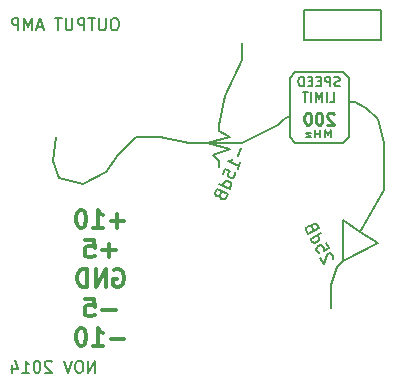
<source format=gbo>
G04 #@! TF.FileFunction,Legend,Bot*
%FSLAX46Y46*%
G04 Gerber Fmt 4.6, Leading zero omitted, Abs format (unit mm)*
G04 Created by KiCad (PCBNEW (2014-11-13 BZR 5275)-product) date Sun 16 Nov 2014 09:12:01 PM EST*
%MOMM*%
G01*
G04 APERTURE LIST*
%ADD10C,0.100000*%
%ADD11C,0.200000*%
%ADD12C,0.150000*%
%ADD13C,0.250000*%
%ADD14C,0.300000*%
G04 APERTURE END LIST*
D10*
D11*
X160750000Y-83250000D02*
X167250000Y-83250000D01*
X160750000Y-85750000D02*
X160750000Y-83250000D01*
X167250000Y-85750000D02*
X160750000Y-85750000D01*
X167250000Y-83250000D02*
X167250000Y-85750000D01*
X143023810Y-113952381D02*
X143023810Y-112952381D01*
X142452381Y-113952381D01*
X142452381Y-112952381D01*
X141785715Y-112952381D02*
X141595238Y-112952381D01*
X141500000Y-113000000D01*
X141404762Y-113095238D01*
X141357143Y-113285714D01*
X141357143Y-113619048D01*
X141404762Y-113809524D01*
X141500000Y-113904762D01*
X141595238Y-113952381D01*
X141785715Y-113952381D01*
X141880953Y-113904762D01*
X141976191Y-113809524D01*
X142023810Y-113619048D01*
X142023810Y-113285714D01*
X141976191Y-113095238D01*
X141880953Y-113000000D01*
X141785715Y-112952381D01*
X141071429Y-112952381D02*
X140738096Y-113952381D01*
X140404762Y-112952381D01*
X139357143Y-113047619D02*
X139309524Y-113000000D01*
X139214286Y-112952381D01*
X138976190Y-112952381D01*
X138880952Y-113000000D01*
X138833333Y-113047619D01*
X138785714Y-113142857D01*
X138785714Y-113238095D01*
X138833333Y-113380952D01*
X139404762Y-113952381D01*
X138785714Y-113952381D01*
X138166667Y-112952381D02*
X138071428Y-112952381D01*
X137976190Y-113000000D01*
X137928571Y-113047619D01*
X137880952Y-113142857D01*
X137833333Y-113333333D01*
X137833333Y-113571429D01*
X137880952Y-113761905D01*
X137928571Y-113857143D01*
X137976190Y-113904762D01*
X138071428Y-113952381D01*
X138166667Y-113952381D01*
X138261905Y-113904762D01*
X138309524Y-113857143D01*
X138357143Y-113761905D01*
X138404762Y-113571429D01*
X138404762Y-113333333D01*
X138357143Y-113142857D01*
X138309524Y-113047619D01*
X138261905Y-113000000D01*
X138166667Y-112952381D01*
X136880952Y-113952381D02*
X137452381Y-113952381D01*
X137166667Y-113952381D02*
X137166667Y-112952381D01*
X137261905Y-113095238D01*
X137357143Y-113190476D01*
X137452381Y-113238095D01*
X136023809Y-113285714D02*
X136023809Y-113952381D01*
X136261905Y-112904762D02*
X136500000Y-113619048D01*
X135880952Y-113619048D01*
X144785715Y-83952381D02*
X144595238Y-83952381D01*
X144500000Y-84000000D01*
X144404762Y-84095238D01*
X144357143Y-84285714D01*
X144357143Y-84619048D01*
X144404762Y-84809524D01*
X144500000Y-84904762D01*
X144595238Y-84952381D01*
X144785715Y-84952381D01*
X144880953Y-84904762D01*
X144976191Y-84809524D01*
X145023810Y-84619048D01*
X145023810Y-84285714D01*
X144976191Y-84095238D01*
X144880953Y-84000000D01*
X144785715Y-83952381D01*
X143928572Y-83952381D02*
X143928572Y-84761905D01*
X143880953Y-84857143D01*
X143833334Y-84904762D01*
X143738096Y-84952381D01*
X143547619Y-84952381D01*
X143452381Y-84904762D01*
X143404762Y-84857143D01*
X143357143Y-84761905D01*
X143357143Y-83952381D01*
X143023810Y-83952381D02*
X142452381Y-83952381D01*
X142738096Y-84952381D02*
X142738096Y-83952381D01*
X142119048Y-84952381D02*
X142119048Y-83952381D01*
X141738095Y-83952381D01*
X141642857Y-84000000D01*
X141595238Y-84047619D01*
X141547619Y-84142857D01*
X141547619Y-84285714D01*
X141595238Y-84380952D01*
X141642857Y-84428571D01*
X141738095Y-84476190D01*
X142119048Y-84476190D01*
X141119048Y-83952381D02*
X141119048Y-84761905D01*
X141071429Y-84857143D01*
X141023810Y-84904762D01*
X140928572Y-84952381D01*
X140738095Y-84952381D01*
X140642857Y-84904762D01*
X140595238Y-84857143D01*
X140547619Y-84761905D01*
X140547619Y-83952381D01*
X140214286Y-83952381D02*
X139642857Y-83952381D01*
X139928572Y-84952381D02*
X139928572Y-83952381D01*
X138595238Y-84666667D02*
X138119047Y-84666667D01*
X138690476Y-84952381D02*
X138357143Y-83952381D01*
X138023809Y-84952381D01*
X137690476Y-84952381D02*
X137690476Y-83952381D01*
X137357142Y-84666667D01*
X137023809Y-83952381D01*
X137023809Y-84952381D01*
X136547619Y-84952381D02*
X136547619Y-83952381D01*
X136166666Y-83952381D01*
X136071428Y-84000000D01*
X136023809Y-84047619D01*
X135976190Y-84142857D01*
X135976190Y-84285714D01*
X136023809Y-84380952D01*
X136071428Y-84428571D01*
X136166666Y-84476190D01*
X136547619Y-84476190D01*
X159000000Y-92500000D02*
X159500000Y-92250000D01*
X158500000Y-93000000D02*
X159000000Y-92500000D01*
X165000000Y-91000000D02*
X164500000Y-91000000D01*
X166000000Y-91500000D02*
X165000000Y-91000000D01*
X151000000Y-94500000D02*
X148500000Y-94000000D01*
X155500000Y-94500000D02*
X151000000Y-94500000D01*
X155500000Y-87500000D02*
X155500000Y-86000000D01*
X154000000Y-90500000D02*
X155500000Y-87500000D01*
X145000000Y-95500000D02*
X145500000Y-95000000D01*
X144000000Y-97000000D02*
X145000000Y-95500000D01*
X142000000Y-98000000D02*
X144000000Y-97000000D01*
X140000000Y-97500000D02*
X142000000Y-98000000D01*
X139500000Y-96000000D02*
X140000000Y-97500000D01*
X167500000Y-94500000D02*
X167500000Y-98500000D01*
X167000000Y-92500000D02*
X167500000Y-94500000D01*
X166000000Y-91500000D02*
X167000000Y-92500000D01*
X155500000Y-94500000D02*
X158500000Y-93000000D01*
X159500000Y-89000000D02*
X159500000Y-94000000D01*
X164500000Y-89000000D02*
X164500000Y-94000000D01*
X164000000Y-88500000D02*
X160000000Y-88500000D01*
X164500000Y-89000000D02*
X164000000Y-88500000D01*
X164000000Y-94500000D02*
X164500000Y-94000000D01*
X160000000Y-94500000D02*
X164000000Y-94500000D01*
X159500000Y-94000000D02*
X160000000Y-94500000D01*
X160000000Y-88500000D02*
X159500000Y-89000000D01*
D12*
X163009524Y-94021429D02*
X163009524Y-93421429D01*
X162742857Y-93850000D01*
X162476190Y-93421429D01*
X162476190Y-94021429D01*
X162095238Y-94021429D02*
X162095238Y-93421429D01*
X162095238Y-93707143D02*
X161638095Y-93707143D01*
X161638095Y-94021429D02*
X161638095Y-93421429D01*
X161333333Y-93621429D02*
X160914286Y-93621429D01*
X161333333Y-94021429D01*
X160914286Y-94021429D01*
D13*
X163238095Y-92047619D02*
X163190476Y-92000000D01*
X163095238Y-91952381D01*
X162857142Y-91952381D01*
X162761904Y-92000000D01*
X162714285Y-92047619D01*
X162666666Y-92142857D01*
X162666666Y-92238095D01*
X162714285Y-92380952D01*
X163285714Y-92952381D01*
X162666666Y-92952381D01*
X162047619Y-91952381D02*
X161952380Y-91952381D01*
X161857142Y-92000000D01*
X161809523Y-92047619D01*
X161761904Y-92142857D01*
X161714285Y-92333333D01*
X161714285Y-92571429D01*
X161761904Y-92761905D01*
X161809523Y-92857143D01*
X161857142Y-92904762D01*
X161952380Y-92952381D01*
X162047619Y-92952381D01*
X162142857Y-92904762D01*
X162190476Y-92857143D01*
X162238095Y-92761905D01*
X162285714Y-92571429D01*
X162285714Y-92333333D01*
X162238095Y-92142857D01*
X162190476Y-92047619D01*
X162142857Y-92000000D01*
X162047619Y-91952381D01*
X161095238Y-91952381D02*
X160999999Y-91952381D01*
X160904761Y-92000000D01*
X160857142Y-92047619D01*
X160809523Y-92142857D01*
X160761904Y-92333333D01*
X160761904Y-92571429D01*
X160809523Y-92761905D01*
X160857142Y-92857143D01*
X160904761Y-92904762D01*
X160999999Y-92952381D01*
X161095238Y-92952381D01*
X161190476Y-92904762D01*
X161238095Y-92857143D01*
X161285714Y-92761905D01*
X161333333Y-92571429D01*
X161333333Y-92333333D01*
X161285714Y-92142857D01*
X161238095Y-92047619D01*
X161190476Y-92000000D01*
X161095238Y-91952381D01*
D11*
X163752381Y-89663810D02*
X163638095Y-89701905D01*
X163447619Y-89701905D01*
X163371429Y-89663810D01*
X163333333Y-89625714D01*
X163295238Y-89549524D01*
X163295238Y-89473333D01*
X163333333Y-89397143D01*
X163371429Y-89359048D01*
X163447619Y-89320952D01*
X163600000Y-89282857D01*
X163676191Y-89244762D01*
X163714286Y-89206667D01*
X163752381Y-89130476D01*
X163752381Y-89054286D01*
X163714286Y-88978095D01*
X163676191Y-88940000D01*
X163600000Y-88901905D01*
X163409524Y-88901905D01*
X163295238Y-88940000D01*
X162952381Y-89701905D02*
X162952381Y-88901905D01*
X162647619Y-88901905D01*
X162571428Y-88940000D01*
X162533333Y-88978095D01*
X162495238Y-89054286D01*
X162495238Y-89168571D01*
X162533333Y-89244762D01*
X162571428Y-89282857D01*
X162647619Y-89320952D01*
X162952381Y-89320952D01*
X162152381Y-89282857D02*
X161885714Y-89282857D01*
X161771428Y-89701905D02*
X162152381Y-89701905D01*
X162152381Y-88901905D01*
X161771428Y-88901905D01*
X161428571Y-89282857D02*
X161161904Y-89282857D01*
X161047618Y-89701905D02*
X161428571Y-89701905D01*
X161428571Y-88901905D01*
X161047618Y-88901905D01*
X160704761Y-89701905D02*
X160704761Y-88901905D01*
X160514285Y-88901905D01*
X160399999Y-88940000D01*
X160323808Y-89016190D01*
X160285713Y-89092381D01*
X160247618Y-89244762D01*
X160247618Y-89359048D01*
X160285713Y-89511429D01*
X160323808Y-89587619D01*
X160399999Y-89663810D01*
X160514285Y-89701905D01*
X160704761Y-89701905D01*
X162895237Y-91021905D02*
X163276190Y-91021905D01*
X163276190Y-90221905D01*
X162628571Y-91021905D02*
X162628571Y-90221905D01*
X162247619Y-91021905D02*
X162247619Y-90221905D01*
X161980952Y-90793333D01*
X161714285Y-90221905D01*
X161714285Y-91021905D01*
X161333333Y-91021905D02*
X161333333Y-90221905D01*
X161066667Y-90221905D02*
X160609524Y-90221905D01*
X160838095Y-91021905D02*
X160838095Y-90221905D01*
X154000000Y-90500000D02*
X153500000Y-93000000D01*
D14*
X145499999Y-111107143D02*
X144357142Y-111107143D01*
X142857142Y-111678571D02*
X143714285Y-111678571D01*
X143285713Y-111678571D02*
X143285713Y-110178571D01*
X143428570Y-110392857D01*
X143571428Y-110535714D01*
X143714285Y-110607143D01*
X141928571Y-110178571D02*
X141785714Y-110178571D01*
X141642857Y-110250000D01*
X141571428Y-110321429D01*
X141499999Y-110464286D01*
X141428571Y-110750000D01*
X141428571Y-111107143D01*
X141499999Y-111392857D01*
X141571428Y-111535714D01*
X141642857Y-111607143D01*
X141785714Y-111678571D01*
X141928571Y-111678571D01*
X142071428Y-111607143D01*
X142142857Y-111535714D01*
X142214285Y-111392857D01*
X142285714Y-111107143D01*
X142285714Y-110750000D01*
X142214285Y-110464286D01*
X142142857Y-110321429D01*
X142071428Y-110250000D01*
X141928571Y-110178571D01*
X144785714Y-108607143D02*
X143642857Y-108607143D01*
X142214285Y-107678571D02*
X142928571Y-107678571D01*
X143000000Y-108392857D01*
X142928571Y-108321429D01*
X142785714Y-108250000D01*
X142428571Y-108250000D01*
X142285714Y-108321429D01*
X142214285Y-108392857D01*
X142142857Y-108535714D01*
X142142857Y-108892857D01*
X142214285Y-109035714D01*
X142285714Y-109107143D01*
X142428571Y-109178571D01*
X142785714Y-109178571D01*
X142928571Y-109107143D01*
X143000000Y-109035714D01*
X144642857Y-105250000D02*
X144785714Y-105178571D01*
X145000000Y-105178571D01*
X145214285Y-105250000D01*
X145357143Y-105392857D01*
X145428571Y-105535714D01*
X145500000Y-105821429D01*
X145500000Y-106035714D01*
X145428571Y-106321429D01*
X145357143Y-106464286D01*
X145214285Y-106607143D01*
X145000000Y-106678571D01*
X144857143Y-106678571D01*
X144642857Y-106607143D01*
X144571428Y-106535714D01*
X144571428Y-106035714D01*
X144857143Y-106035714D01*
X143928571Y-106678571D02*
X143928571Y-105178571D01*
X143071428Y-106678571D01*
X143071428Y-105178571D01*
X142357142Y-106678571D02*
X142357142Y-105178571D01*
X141999999Y-105178571D01*
X141785714Y-105250000D01*
X141642856Y-105392857D01*
X141571428Y-105535714D01*
X141499999Y-105821429D01*
X141499999Y-106035714D01*
X141571428Y-106321429D01*
X141642856Y-106464286D01*
X141785714Y-106607143D01*
X141999999Y-106678571D01*
X142357142Y-106678571D01*
X144785714Y-103607143D02*
X143642857Y-103607143D01*
X144214286Y-104178571D02*
X144214286Y-103035714D01*
X142214285Y-102678571D02*
X142928571Y-102678571D01*
X143000000Y-103392857D01*
X142928571Y-103321429D01*
X142785714Y-103250000D01*
X142428571Y-103250000D01*
X142285714Y-103321429D01*
X142214285Y-103392857D01*
X142142857Y-103535714D01*
X142142857Y-103892857D01*
X142214285Y-104035714D01*
X142285714Y-104107143D01*
X142428571Y-104178571D01*
X142785714Y-104178571D01*
X142928571Y-104107143D01*
X143000000Y-104035714D01*
X145499999Y-101107143D02*
X144357142Y-101107143D01*
X144928571Y-101678571D02*
X144928571Y-100535714D01*
X142857142Y-101678571D02*
X143714285Y-101678571D01*
X143285713Y-101678571D02*
X143285713Y-100178571D01*
X143428570Y-100392857D01*
X143571428Y-100535714D01*
X143714285Y-100607143D01*
X141928571Y-100178571D02*
X141785714Y-100178571D01*
X141642857Y-100250000D01*
X141571428Y-100321429D01*
X141499999Y-100464286D01*
X141428571Y-100750000D01*
X141428571Y-101107143D01*
X141499999Y-101392857D01*
X141571428Y-101535714D01*
X141642857Y-101607143D01*
X141785714Y-101678571D01*
X141928571Y-101678571D01*
X142071428Y-101607143D01*
X142142857Y-101535714D01*
X142214285Y-101392857D01*
X142285714Y-101107143D01*
X142285714Y-100750000D01*
X142214285Y-100464286D01*
X142142857Y-100321429D01*
X142071428Y-100250000D01*
X141928571Y-100178571D01*
D11*
X155422471Y-94907481D02*
X155137057Y-95613907D01*
X155115663Y-96683798D02*
X155329724Y-96153978D01*
X155222693Y-96418887D02*
X154295510Y-96044281D01*
X154463641Y-96009493D01*
X154587621Y-95956866D01*
X154667449Y-95886402D01*
X153849549Y-97148072D02*
X154027933Y-96706555D01*
X154487287Y-96840788D01*
X154425297Y-96867101D01*
X154345469Y-96937565D01*
X154256277Y-97158324D01*
X154264752Y-97264466D01*
X154291065Y-97326456D01*
X154361530Y-97406284D01*
X154582288Y-97495476D01*
X154688430Y-97487002D01*
X154750420Y-97460688D01*
X154830248Y-97390224D01*
X154919440Y-97169465D01*
X154910966Y-97063323D01*
X154884652Y-97001333D01*
X154437803Y-98361559D02*
X153510619Y-97986953D01*
X154393651Y-98343721D02*
X154473480Y-98273256D01*
X154544834Y-98096649D01*
X154536359Y-97990507D01*
X154510046Y-97928517D01*
X154439581Y-97848689D01*
X154174671Y-97741658D01*
X154068529Y-97750133D01*
X154006539Y-97776446D01*
X153926711Y-97846911D01*
X153855357Y-98023518D01*
X153863832Y-98129660D01*
X153648882Y-98915914D02*
X153639518Y-99066207D01*
X153665832Y-99128197D01*
X153736297Y-99208026D01*
X153868752Y-99261541D01*
X153974893Y-99253066D01*
X154036883Y-99226753D01*
X154116712Y-99156288D01*
X154259419Y-98803075D01*
X153332235Y-98428468D01*
X153207366Y-98737530D01*
X153215841Y-98843672D01*
X153242154Y-98905662D01*
X153312619Y-98985490D01*
X153400922Y-99021167D01*
X153507064Y-99012692D01*
X153569053Y-98986379D01*
X153648882Y-98915914D01*
X153773751Y-98606852D01*
X153500000Y-96000000D02*
X153500000Y-96500000D01*
X153000000Y-95500000D02*
X153500000Y-96000000D01*
X154500000Y-95000000D02*
X153000000Y-95500000D01*
X152500000Y-94500000D02*
X154500000Y-95000000D01*
X154500000Y-94000000D02*
X152500000Y-94500000D01*
X153500000Y-93500000D02*
X154500000Y-94000000D01*
X153500000Y-93000000D02*
X153500000Y-93500000D01*
X163181344Y-104322063D02*
X163202154Y-104258016D01*
X163201346Y-104151540D01*
X163093253Y-103939395D01*
X163007587Y-103876155D01*
X162943539Y-103855345D01*
X162837063Y-103856154D01*
X162752205Y-103899391D01*
X162646537Y-104006675D01*
X162396814Y-104775246D01*
X162115772Y-104223670D01*
X162596025Y-102963530D02*
X162812211Y-103387820D01*
X162409541Y-103646434D01*
X162430352Y-103582387D01*
X162429543Y-103475911D01*
X162321450Y-103263765D01*
X162235784Y-103200526D01*
X162171737Y-103179716D01*
X162065259Y-103180525D01*
X161853115Y-103288618D01*
X161789876Y-103374284D01*
X161769066Y-103438331D01*
X161769874Y-103544807D01*
X161877967Y-103756952D01*
X161963633Y-103820192D01*
X162027681Y-103841002D01*
X161294265Y-102611372D02*
X162185272Y-102157382D01*
X161336694Y-102589753D02*
X161337502Y-102696230D01*
X161423977Y-102865946D01*
X161509643Y-102929185D01*
X161573690Y-102949995D01*
X161680167Y-102949187D01*
X161934741Y-102819475D01*
X161997980Y-102733809D01*
X162018790Y-102669762D01*
X162017982Y-102563285D01*
X161931507Y-102393569D01*
X161845841Y-102330330D01*
X161393467Y-101652276D02*
X161286182Y-101546608D01*
X161222134Y-101525798D01*
X161115658Y-101526607D01*
X160988371Y-101591462D01*
X160925132Y-101677128D01*
X160904322Y-101741176D01*
X160905130Y-101847652D01*
X161078079Y-102187084D01*
X161969086Y-101733093D01*
X161817755Y-101436090D01*
X161732089Y-101372851D01*
X161668042Y-101352041D01*
X161561566Y-101352849D01*
X161476708Y-101396086D01*
X161413469Y-101481752D01*
X161392659Y-101545800D01*
X161393467Y-101652276D01*
X161544797Y-101949279D01*
X139500000Y-96000000D02*
X139750000Y-94000000D01*
X146500000Y-94000000D02*
X145500000Y-95000000D01*
X148500000Y-94000000D02*
X146500000Y-94000000D01*
X163500000Y-105000000D02*
X164000000Y-104500000D01*
X163000000Y-106500000D02*
X163500000Y-105000000D01*
X163000000Y-108500000D02*
X163000000Y-106500000D01*
X164000000Y-104500000D02*
X164000000Y-101000000D01*
X167000000Y-103000000D02*
X164000000Y-104500000D01*
X165500000Y-102000000D02*
X167000000Y-103000000D01*
X165500000Y-102000000D02*
X164000000Y-101000000D01*
X167500000Y-98500000D02*
X165500000Y-102000000D01*
M02*

</source>
